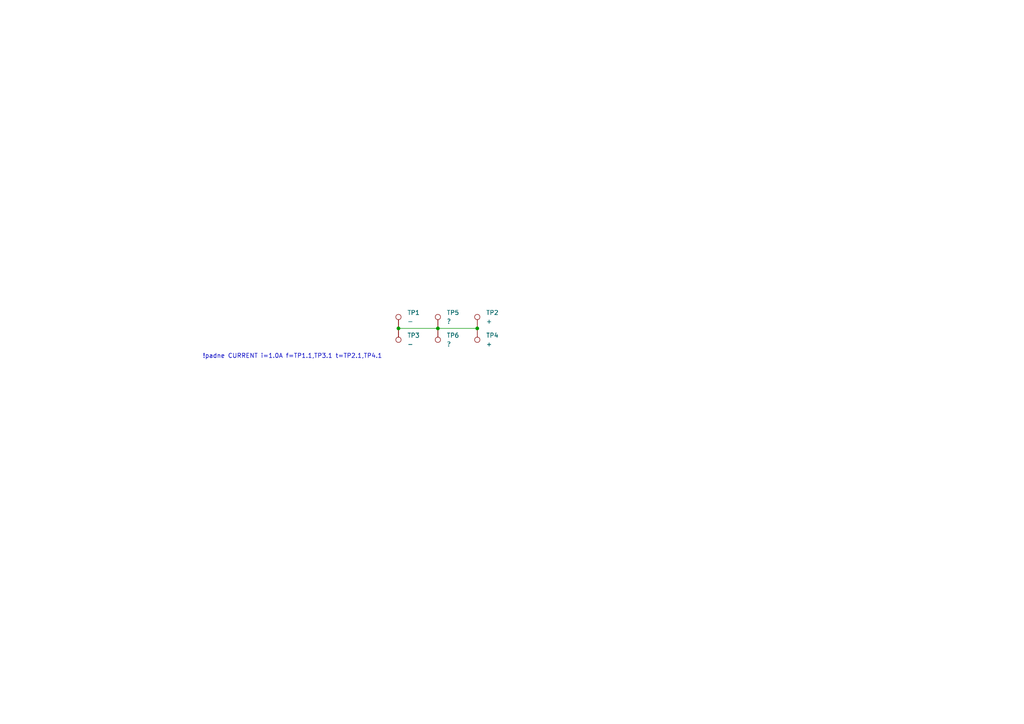
<source format=kicad_sch>
(kicad_sch (version 20231120) (generator "eeschema") (generator_version "8.0")
  (paper "A4")
  (lib_symbols
    (symbol "Connector:TestPoint" (pin_numbers hide) (pin_names (offset 0.762) hide)
      (property "Reference" "TP" (at 0 6.858 0))
      (property "Value" "TestPoint" (at 0 5.08 0))
      (symbol "TestPoint_0_1"
        (circle (center 0 3.302) (radius 0.762))
      )
      (symbol "TestPoint_1_1"
        (pin passive line (at 0 0 90) (length 2.54) (name "1") (number "1"))
      )
    )
  )
  (junction (at 127 95.25))
  (junction (at 138.43 95.25))
  (junction (at 115.57 95.25))
  (wire (pts (xy 127 95.25) (xy 138.43 95.25)))
  (wire (pts (xy 115.57 95.25) (xy 127 95.25)))
  (text "!padne CURRENT i=1.0A f=TP1.1,TP3.1 t=TP2.1,TP4.1" (at 84.836 103.378 0) (effects (font (size 1.27 1.27))))
  (symbol (lib_id "Connector:TestPoint") (at 127 95.25 180) (unit 1)
    (property "Reference" "TP6" (at 129.54 97.2819 0) (effects (justify right)))
    (property "Value" "?" (at 129.54 99.8219 0) (effects (justify right)))
    (property "Footprint" "TestPoint:TestPoint_Plated_Hole_D5.0mm" (effects (hide yes)))
    (property "Description" "test point" (effects (hide yes)))
  )
  (symbol (lib_id "Connector:TestPoint") (at 115.57 95.25 180) (unit 1)
    (property "Reference" "TP3" (at 118.11 97.2819 0) (effects (justify right)))
    (property "Value" "-" (at 118.11 99.8219 0) (effects (justify right)))
    (property "Footprint" "TestPoint:TestPoint_Plated_Hole_D5.0mm" (effects (hide yes)))
    (property "Description" "test point" (effects (hide yes)))
  )
  (symbol (lib_id "Connector:TestPoint") (at 115.57 95.25 0) (unit 1)
    (property "Reference" "TP1" (at 118.11 90.6779 0) (effects (justify left)))
    (property "Value" "-" (at 118.11 93.2179 0) (effects (justify left)))
    (property "Footprint" "TestPoint:TestPoint_Plated_Hole_D5.0mm" (effects (hide yes)))
    (property "Description" "test point" (effects (hide yes)))
  )
  (symbol (lib_id "Connector:TestPoint") (at 127 95.25 0) (unit 1)
    (property "Reference" "TP5" (at 129.54 90.6779 0) (effects (justify left)))
    (property "Value" "?" (at 129.54 93.2179 0) (effects (justify left)))
    (property "Footprint" "TestPoint:TestPoint_Plated_Hole_D5.0mm" (effects (hide yes)))
    (property "Description" "test point" (effects (hide yes)))
  )
  (symbol (lib_id "Connector:TestPoint") (at 138.43 95.25 180) (unit 1)
    (property "Reference" "TP4" (at 140.97 97.2819 0) (effects (justify right)))
    (property "Value" "+" (at 140.97 99.8219 0) (effects (justify right)))
    (property "Footprint" "TestPoint:TestPoint_Plated_Hole_D5.0mm" (effects (hide yes)))
    (property "Description" "test point" (effects (hide yes)))
  )
  (symbol (lib_id "Connector:TestPoint") (at 138.43 95.25 0) (unit 1)
    (property "Reference" "TP2" (at 140.97 90.6779 0) (effects (justify left)))
    (property "Value" "+" (at 140.97 93.2179 0) (effects (justify left)))
    (property "Footprint" "TestPoint:TestPoint_Plated_Hole_D5.0mm" (effects (hide yes)))
    (property "Description" "test point" (effects (hide yes)))
  )
)
</source>
